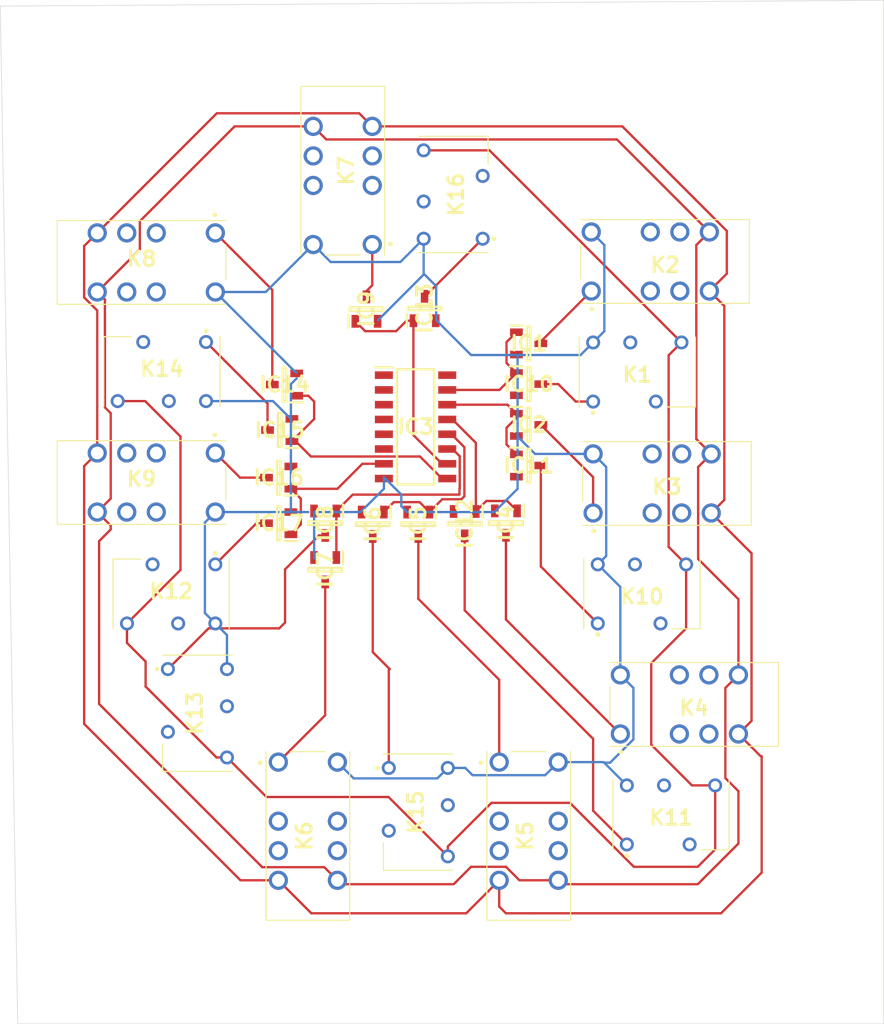
<source format=kicad_pcb>
(kicad_pcb (version 20240108) (generator "pcbnew") (generator_version "8.0")
  (layers (0 "F.Cu" signal) (31 "B.Cu" signal) (34 "B.Paste" user) (35 "F.Paste" user) (36 "B.SilkS" user "B.Silkscreen") (37 "F.SilkS" user "F.Silkscreen") (38 "B.Mask" user) (39 "F.Mask" user) (44 "Edge.Cuts" user))
  (net 0 "")
  (net 1 "Y0")
  (net 2 "V_OUT_1")
  (net 3 "GND")
  (net 4 "Y1")
  (net 5 "V_OUT_3")
  (net 6 "DAQ_Output_1.3")
  (net 7 "DAQ_Output_1.4")
  (net 8 "DAQ_Output_1.0")
  (net 9 "DAQ_Output_1.5")
  (net 10 "DAQ_Output_1.2")
  (net 11 "DAQ_Output_1.1")
  (net 12 "Y7")
  (net 13 "Y6")
  (net 14 "Y5")
  (net 15 "Y2")
  (net 16 "+5V")
  (net 17 "Y4")
  (net 18 "Y3")
  (net 19 "V_OUT_5")
  (net 20 "V_OUT_7")
  (net 21 "V_OUT_8")
  (net 22 "V_OUT_9")
  (net 23 "V_OUT_10")
  (net 24 "V_OUT_11")
  (net 25 "V_OUT_2")
  (net 26 "V_OUT_4")
  (net 27 "V_OUT_6")
  (net 28 "V_OUT_12")
  (net 29 "V_OUT_13")
  (net 30 "V_OUT_14")
  (net 31 "V_OUT_15")
  (net 32 "V_OUT_16")
  (net 33 "Rc_1")
  (net 35 "DAQ -")
  (net 38 "DAQ +")
  (net 39 "TENG +")
  (net 40 "Ra_1")
  (net 41 "Rb_1")
  (net 43 "Ra_2")
  (net 45 "Rb_2")
  (net 47 "Ra_3")
  (net 49 "Rb_3")
  (net 50 "Ra_4")
  (net 53 "Rb_4")
  (net 55 "Ra_5")
  (net 56 "Rb_5")
  (net 60 "Rb_6")
  (net 61 "Ra_6")
  (net 63 "Ra_7")
  (net 64 "Rb_7")
  (net 68 "Ra_8")
  (net 69 "Rb_8")
  (net 70 "Rc_2")
  (net 73 "Rc_3")
  (net 74 "Rc_8")
  (net 77 "Rc_5")
  (net 79 "Rc_7")
  (net 80 "Rc_4")
  (net 83 "Rc_6")
  (footprint "SamacSys_Parts:V23079A1001B301" (layer "F.Cu") (at 90.35 74.04)
    (property "Reference" "K3" (at 0 0.3 360) (layer "F.SilkS") (effects (font (size 1.27 1.27) (thickness 0.254))))
    (property "Value" "V23079C1103B301" (hide yes))
    (pad "1" thru_hole circle (at -6.35 2.54) (size 1.65 1.65) (drill 1.1) (layers "*.Cu" "*.Mask") (net 5 "V_OUT_3"))
    (pad "3" thru_hole circle (at -1.27 2.54) (size 1.65 1.65) (drill 1.1) (layers "*.Cu" "*.Mask"))
    (pad "4" thru_hole circle (at 1.27 2.54) (size 1.65 1.65) (drill 1.1) (layers "*.Cu" "*.Mask") (net 43 "Ra_2"))
    (pad "5" thru_hole circle (at 3.81 2.54) (size 1.65 1.65) (drill 1.1) (layers "*.Cu" "*.Mask") (net 39 "TENG +"))
    (pad "8" thru_hole circle (at 3.81 -2.54) (size 1.65 1.65) (drill 1.1) (layers "*.Cu" "*.Mask") (net 38 "DAQ +"))
    (pad "9" thru_hole circle (at 1.27 -2.54) (size 1.65 1.65) (drill 1.1) (layers "*.Cu" "*.Mask") (net 45 "Rb_2"))
    (pad "10" thru_hole circle (at -1.27 -2.54) (size 1.65 1.65) (drill 1.1) (layers "*.Cu" "*.Mask"))
    (pad "12" thru_hole circle (at -6.35 -2.54) (size 1.65 1.65) (drill 1.1) (layers "*.Cu" "*.Mask") (net 3 "GND"))
  )
  (footprint "SamacSys_Parts:SOT96P240X110-3N" (layer "F.Cu") (at 72.95 77.5 -90)
    (property "Reference" "IC12" (at 0 0 90) (layer "F.SilkS") (effects (font (size 1.27 1.27) (thickness 0.254))))
    (property "Value" "DRDC3105F-7" (hide yes))
    (pad "1" smd rect (at -1.05 -0.96) (size 0.65 1.1) (layers "F.Cu" "F.Paste" "F.Mask") (net 15 "Y2"))
    (pad "2" smd rect (at -1.05 0.96) (size 0.65 1.1) (layers "F.Cu" "F.Paste" "F.Mask") (net 3 "GND"))
    (pad "3" smd rect (at 1.05 0) (size 0.65 1.1) (layers "F.Cu" "F.Paste" "F.Mask") (net 27 "V_OUT_6"))
  )
  (footprint "SamacSys_Parts:SOT96P240X110-3N" (layer "F.Cu") (at 78.45 72.5)
    (property "Reference" "IC11" (at 0 0 0) (layer "F.SilkS") (effects (font (size 1.27 1.27) (thickness 0.254))))
    (property "Value" "DRDC3105F-7" (hide yes))
    (pad "1" smd rect (at -1.05 -0.96 90) (size 0.65 1.1) (layers "F.Cu" "F.Paste" "F.Mask") (net 4 "Y1"))
    (pad "2" smd rect (at -1.05 0.96 90) (size 0.65 1.1) (layers "F.Cu" "F.Paste" "F.Mask") (net 3 "GND"))
    (pad "3" smd rect (at 1.05 0 90) (size 0.65 1.1) (layers "F.Cu" "F.Paste" "F.Mask") (net 26 "V_OUT_4"))
  )
  (footprint "SamacSys_Parts:IMC03TS" (layer "F.Cu") (at 47.7 83.31 180)
    (property "Reference" "K12" (at 0 0 360) (layer "F.SilkS") (effects (font (size 1.27 1.27) (thickness 0.254))))
    (property "Value" "IMC03TS" (hide yes))
    (pad "1" thru_hole circle (at -3.8 2.31 180) (size 1.2 1.2) (drill 0.75) (layers "*.Cu" "*.Mask") (net 32 "V_OUT_16"))
    (pad "3" thru_hole circle (at 1.6 2.31 180) (size 1.2 1.2) (drill 0.75) (layers "*.Cu" "*.Mask") (net 74 "Rc_8"))
    (pad "5" thru_hole circle (at 3.8 -2.77 180) (size 1.2 1.2) (drill 0.75) (layers "*.Cu" "*.Mask") (net 35 "DAQ -"))
    (pad "7" thru_hole circle (at -0.6 -2.77 180) (size 1.2 1.2) (drill 0.75) (layers "*.Cu" "*.Mask"))
    (pad "8" thru_hole circle (at -3.8 -2.77 180) (size 1.2 1.2) (drill 0.75) (layers "*.Cu" "*.Mask") (net 3 "GND"))
  )
  (footprint "SamacSys_Parts:SOT96P240X110-3N" (layer "F.Cu") (at 65.04 77.55 -90)
    (property "Reference" "IC6" (at 0 0 90) (layer "F.SilkS") (effects (font (size 1.27 1.27) (thickness 0.254))))
    (property "Value" "DRDC3105F-7" (hide yes))
    (pad "1" smd rect (at -1.05 -0.96) (size 0.65 1.1) (layers "F.Cu" "F.Paste" "F.Mask") (net 18 "Y3"))
    (pad "2" smd rect (at -1.05 0.96) (size 0.65 1.1) (layers "F.Cu" "F.Paste" "F.Mask") (net 3 "GND"))
    (pad "3" smd rect (at 1.05 0) (size 0.65 1.1) (layers "F.Cu" "F.Paste" "F.Mask") (net 21 "V_OUT_8"))
  )
  (footprint "SamacSys_Parts:V23079A1001B301" (layer "F.Cu") (at 62.46 47.15 90)
    (property "Reference" "K7" (at 0 0.3 90) (layer "F.SilkS") (effects (font (size 1.27 1.27) (thickness 0.254))))
    (property "Value" "V23079C1103B301" (hide yes))
    (pad "1" thru_hole circle (at -6.35 2.54 90) (size 1.65 1.65) (drill 1.1) (layers "*.Cu" "*.Mask") (net 24 "V_OUT_11"))
    (pad "3" thru_hole circle (at -1.27 2.54 90) (size 1.65 1.65) (drill 1.1) (layers "*.Cu" "*.Mask"))
    (pad "4" thru_hole circle (at 1.27 2.54 90) (size 1.65 1.65) (drill 1.1) (layers "*.Cu" "*.Mask") (net 61 "Ra_6"))
    (pad "5" thru_hole circle (at 3.81 2.54 90) (size 1.65 1.65) (drill 1.1) (layers "*.Cu" "*.Mask") (net 39 "TENG +"))
    (pad "8" thru_hole circle (at 3.81 -2.54 90) (size 1.65 1.65) (drill 1.1) (layers "*.Cu" "*.Mask") (net 38 "DAQ +"))
    (pad "9" thru_hole circle (at 1.27 -2.54 90) (size 1.65 1.65) (drill 1.1) (layers "*.Cu" "*.Mask") (net 60 "Rb_6"))
    (pad "10" thru_hole circle (at -1.27 -2.54 90) (size 1.65 1.65) (drill 1.1) (layers "*.Cu" "*.Mask"))
    (pad "12" thru_hole circle (at -6.35 -2.54 90) (size 1.65 1.65) (drill 1.1) (layers "*.Cu" "*.Mask") (net 3 "GND"))
  )
  (footprint "SamacSys_Parts:IMC03TS" (layer "F.Cu") (at 88.2 83.77)
    (property "Reference" "K10" (at 0 0 0) (layer "F.SilkS") (effects (font (size 1.27 1.27) (thickness 0.254))))
    (property "Value" "IMC03TS" (hide yes))
    (pad "1" thru_hole circle (at -3.8 2.31) (size 1.2 1.2) (drill 0.75) (layers "*.Cu" "*.Mask") (net 26 "V_OUT_4"))
    (pad "3" thru_hole circle (at 1.6 2.31) (size 1.2 1.2) (drill 0.75) (layers "*.Cu" "*.Mask") (net 70 "Rc_2"))
    (pad "5" thru_hole circle (at 3.8 -2.77) (size 1.2 1.2) (drill 0.75) (layers "*.Cu" "*.Mask") (net 35 "DAQ -"))
    (pad "7" thru_hole circle (at -0.6 -2.77) (size 1.2 1.2) (drill 0.75) (layers "*.Cu" "*.Mask"))
    (pad "8" thru_hole circle (at -3.8 -2.77) (size 1.2 1.2) (drill 0.75) (layers "*.Cu" "*.Mask") (net 3 "GND"))
  )
  (footprint "SamacSys_Parts:IMC03TS" (layer "F.Cu") (at 72.19 49.2 90)
    (property "Reference" "K16" (at 0 0 90) (layer "F.SilkS") (effects (font (size 1.27 1.27) (thickness 0.254))))
    (property "Value" "IMC03TS" (hide yes))
    (pad "1" thru_hole circle (at -3.8 2.31 90) (size 1.2 1.2) (drill 0.75) (layers "*.Cu" "*.Mask") (net 28 "V_OUT_12"))
    (pad "3" thru_hole circle (at 1.6 2.31 90) (size 1.2 1.2) (drill 0.75) (layers "*.Cu" "*.Mask") (net 83 "Rc_6"))
    (pad "5" thru_hole circle (at 3.8 -2.77 90) (size 1.2 1.2) (drill 0.75) (layers "*.Cu" "*.Mask") (net 35 "DAQ -"))
    (pad "7" thru_hole circle (at -0.6 -2.77 90) (size 1.2 1.2) (drill 0.75) (layers "*.Cu" "*.Mask"))
    (pad "8" thru_hole circle (at -3.8 -2.77 90) (size 1.2 1.2) (drill 0.75) (layers "*.Cu" "*.Mask") (net 3 "GND"))
  )
  (footprint "SamacSys_Parts:SOT96P240X110-3N" (layer "F.Cu") (at 68.96 77.55 -90)
    (property "Reference" "IC5" (at 0 0 90) (layer "F.SilkS") (effects (font (size 1.27 1.27) (thickness 0.254))))
    (property "Value" "DRDC3105F-7" (hide yes))
    (pad "1" smd rect (at -1.05 -0.96) (size 0.65 1.1) (layers "F.Cu" "F.Paste" "F.Mask") (net 18 "Y3"))
    (pad "2" smd rect (at -1.05 0.96) (size 0.65 1.1) (layers "F.Cu" "F.Paste" "F.Mask") (net 3 "GND"))
    (pad "3" smd rect (at 1.05 0) (size 0.65 1.1) (layers "F.Cu" "F.Paste" "F.Mask") (net 20 "V_OUT_7"))
  )
  (footprint "SamacSys_Parts:SOT96P240X110-3N" (layer "F.Cu") (at 57.45 65.54 180)
    (property "Reference" "IC14" (at 0 0 360) (layer "F.SilkS") (effects (font (size 1.27 1.27) (thickness 0.254))))
    (property "Value" "DRDC3105F-7" (hide yes))
    (pad "1" smd rect (at -1.05 -0.96 270) (size 0.65 1.1) (layers "F.Cu" "F.Paste" "F.Mask") (net 13 "Y6"))
    (pad "2" smd rect (at -1.05 0.96 270) (size 0.65 1.1) (layers "F.Cu" "F.Paste" "F.Mask") (net 3 "GND"))
    (pad "3" smd rect (at 1.05 0 270) (size 0.65 1.1) (layers "F.Cu" "F.Paste" "F.Mask") (net 29 "V_OUT_13"))
  )
  (footprint "SamacSys_Parts:SOT96P240X110-3N" (layer "F.Cu") (at 69.5 59 90)
    (property "Reference" "IC13" (at 0 0 90) (layer "F.SilkS") (effects (font (size 1.27 1.27) (thickness 0.254))))
    (property "Value" "DRDC3105F-7" (hide yes))
    (pad "1" smd rect (at -1.05 -0.96 180) (size 0.65 1.1) (layers "F.Cu" "F.Paste" "F.Mask") (net 14 "Y5"))
    (pad "2" smd rect (at -1.05 0.96 180) (size 0.65 1.1) (layers "F.Cu" "F.Paste" "F.Mask") (net 3 "GND"))
    (pad "3" smd rect (at 1.05 0 180) (size 0.65 1.1) (layers "F.Cu" "F.Paste" "F.Mask") (net 28 "V_OUT_12"))
  )
  (footprint "SamacSys_Parts:SOT96P240X110-3N" (layer "F.Cu") (at 56.95 77.46 180)
    (property "Reference" "IC17" (at 0 0 360) (layer "F.SilkS") (effects (font (size 1.27 1.27) (thickness 0.254))))
    (property "Value" "DRDC3105F-7" (hide yes))
    (pad "1" smd rect (at -1.05 -0.96 270) (size 0.65 1.1) (layers "F.Cu" "F.Paste" "F.Mask") (net 12 "Y7"))
    (pad "2" smd rect (at -1.05 0.96 270) (size 0.65 1.1) (layers "F.Cu" "F.Paste" "F.Mask") (net 3 "GND"))
    (pad "3" smd rect (at 1.05 0 270) (size 0.65 1.1) (layers "F.Cu" "F.Paste" "F.Mask") (net 32 "V_OUT_16"))
  )
  (footprint "SamacSys_Parts:IMC03TS" (layer "F.Cu") (at 46.9 64.19 180)
    (property "Reference" "K14" (at 0 0 360) (layer "F.SilkS") (effects (font (size 1.27 1.27) (thickness 0.254))))
    (property "Value" "IMC03TS" (hide yes))
    (pad "1" thru_hole circle (at -3.8 2.31 180) (size 1.2 1.2) (drill 0.75) (layers "*.Cu" "*.Mask") (net 30 "V_OUT_14"))
    (pad "3" thru_hole circle (at 1.6 2.31 180) (size 1.2 1.2) (drill 0.75) (layers "*.Cu" "*.Mask") (net 79 "Rc_7"))
    (pad "5" thru_hole circle (at 3.8 -2.77 180) (size 1.2 1.2) (drill 0.75) (layers "*.Cu" "*.Mask") (net 35 "DAQ -"))
    (pad "7" thru_hole circle (at -0.6 -2.77 180) (size 1.2 1.2) (drill 0.75) (layers "*.Cu" "*.Mask"))
    (pad "8" thru_hole circle (at -3.8 -2.77 180) (size 1.2 1.2) (drill 0.75) (layers "*.Cu" "*.Mask") (net 3 "GND"))
  )
  (footprint "SamacSys_Parts:SOT96P240X110-3N" (layer "F.Cu") (at 78.45 65.5)
    (property "Reference" "IC10" (at 0 0 0) (layer "F.SilkS") (effects (font (size 1.27 1.27) (thickness 0.254))))
    (property "Value" "DRDC3105F-7" (hide yes))
    (pad "1" smd rect (at -1.05 -0.96 90) (size 0.65 1.1) (layers "F.Cu" "F.Paste" "F.Mask") (net 1 "Y0"))
    (pad "2" smd rect (at -1.05 0.96 90) (size 0.65 1.1) (layers "F.Cu" "F.Paste" "F.Mask") (net 3 "GND"))
    (pad "3" smd rect (at 1.05 0 90) (size 0.65 1.1) (layers "F.Cu" "F.Paste" "F.Mask") (net 25 "V_OUT_2"))
  )
  (footprint "SamacSys_Parts:IMC03TS" (layer "F.Cu") (at 49.73 93.8 -90)
    (property "Reference" "K13" (at 0 0 90) (layer "F.SilkS") (effects (font (size 1.27 1.27) (thickness 0.254))))
    (property "Value" "IMC03TS" (hide yes))
    (pad "1" thru_hole circle (at -3.8 2.31 270) (size 1.2 1.2) (drill 0.75) (layers "*.Cu" "*.Mask") (net 23 "V_OUT_10"))
    (pad "3" thru_hole circle (at 1.6 2.31 270) (size 1.2 1.2) (drill 0.75) (layers "*.Cu" "*.Mask") (net 77 "Rc_5"))
    (pad "5" thru_hole circle (at 3.8 -2.77 270) (size 1.2 1.2) (drill 0.75) (layers "*.Cu" "*.Mask") (net 35 "DAQ -"))
    (pad "7" thru_hole circle (at -0.6 -2.77 270) (size 1.2 1.2) (drill 0.75) (layers "*.Cu" "*.Mask"))
    (pad "8" thru_hole circle (at -3.8 -2.77 270) (size 1.2 1.2) (drill 0.75) (layers "*.Cu" "*.Mask") (net 3 "GND"))
  )
  (footprint "SamacSys_Parts:SOT96P240X110-3N" (layer "F.Cu") (at 78.45 62)
    (property "Reference" "IC1" (at 0 0 0) (layer "F.SilkS") (effects (font (size 1.27 1.27) (thickness 0.254))))
    (property "Value" "DRDC3105F-7" (hide yes))
    (pad "1" smd rect (at -1.05 -0.96 90) (size 0.65 1.1) (layers "F.Cu" "F.Paste" "F.Mask") (net 1 "Y0"))
    (pad "2" smd rect (at -1.05 0.96 90) (size 0.65 1.1) (layers "F.Cu" "F.Paste" "F.Mask") (net 3 "GND"))
    (pad "3" smd rect (at 1.05 0 90) (size 0.65 1.1) (layers "F.Cu" "F.Paste" "F.Mask") (net 2 "V_OUT_1"))
  )
  (footprint "SamacSys_Parts:V23079A1001B301" (layer "F.Cu") (at 78.46 104.35 -90)
    (property "Reference" "K5" (at 0 0.3 90) (layer "F.SilkS") (effects (font (size 1.27 1.27) (thickness 0.254))))
    (property "Value" "V23079C1103B301" (hide yes))
    (pad "1" thru_hole circle (at -6.35 2.54 270) (size 1.65 1.65) (drill 1.1) (layers "*.Cu" "*.Mask") (net 20 "V_OUT_7"))
    (pad "3" thru_hole circle (at -1.27 2.54 270) (size 1.65 1.65) (drill 1.1) (layers "*.Cu" "*.Mask"))
    (pad "4" thru_hole circle (at 1.27 2.54 270) (size 1.65 1.65) (drill 1.1) (layers "*.Cu" "*.Mask") (net 50 "Ra_4"))
    (pad "5" thru_hole circle (at 3.81 2.54 270) (size 1.65 1.65) (drill 1.1) (layers "*.Cu" "*.Mask") (net 39 "TENG +"))
    (pad "8" thru_hole circle (at 3.81 -2.54 270) (size 1.65 1.65) (drill 1.1) (layers "*.Cu" "*.Mask") (net 38 "DAQ +"))
    (pad "9" thru_hole circle (at 1.27 -2.54 270) (size 1.65 1.65) (drill 1.1) (layers "*.Cu" "*.Mask") (net 53 "Rb_4"))
    (pad "10" thru_hole circle (at -1.27 -2.54 270) (size 1.65 1.65) (drill 1.1) (layers "*.Cu" "*.Mask"))
    (pad "12" thru_hole circle (at -6.35 -2.54 270) (size 1.65 1.65) (drill 1.1) (layers "*.Cu" "*.Mask") (net 3 "GND"))
  )
  (footprint "SamacSys_Parts:SOT96P240X110-3N" (layer "F.Cu") (at 64.5 59.05 90)
    (property "Reference" "IC9" (at 0 0 90) (layer "F.SilkS") (effects (font (size 1.27 1.27) (thickness 0.254))))
    (property "Value" "DRDC3105F-7" (hide yes))
    (pad "1" smd rect (at -1.05 -0.96 180) (size 0.65 1.1) (layers "F.Cu" "F.Paste" "F.Mask") (net 14 "Y5"))
    (pad "2" smd rect (at -1.05 0.96 180) (size 0.65 1.1) (layers "F.Cu" "F.Paste" "F.Mask") (net 3 "GND"))
    (pad "3" smd rect (at 1.05 0 180) (size 0.65 1.1) (layers "F.Cu" "F.Paste" "F.Mask") (net 24 "V_OUT_11"))
  )
  (footprint "SamacSys_Parts:SOT96P240X110-3N" (layer "F.Cu") (at 78.45 69)
    (property "Reference" "IC2" (at 0 0 0) (layer "F.SilkS") (effects (font (size 1.27 1.27) (thickness 0.254))))
    (property "Value" "DRDC3105F-7" (hide yes))
    (pad "1" smd rect (at -1.05 -0.96 90) (size 0.65 1.1) (layers "F.Cu" "F.Paste" "F.Mask") (net 4 "Y1"))
    (pad "2" smd rect (at -1.05 0.96 90) (size 0.65 1.1) (layers "F.Cu" "F.Paste" "F.Mask") (net 3 "GND"))
    (pad "3" smd rect (at 1.05 0 90) (size 0.65 1.1) (layers "F.Cu" "F.Paste" "F.Mask") (net 5 "V_OUT_3"))
  )
  (footprint "SamacSys_Parts:SOT96P240X110-3N" (layer "F.Cu") (at 56.95 73.54 180)
    (property "Reference" "IC16" (at 0 0 360) (layer "F.SilkS") (effects (font (size 1.27 1.27) (thickness 0.254))))
    (property "Value" "DRDC3105F-7" (hide yes))
    (pad "1" smd rect (at -1.05 -0.96 270) (size 0.65 1.1) (layers "F.Cu" "F.Paste" "F.Mask") (net 12 "Y7"))
    (pad "2" smd rect (at -1.05 0.96 270) (size 0.65 1.1) (layers "F.Cu" "F.Paste" "F.Mask") (net 3 "GND"))
    (pad "3" smd rect (at 1.05 0 270) (size 0.65 1.1) (layers "F.Cu" "F.Paste" "F.Mask") (net 31 "V_OUT_15"))
  )
  (footprint "SamacSys_Parts:IMC03TS" (layer "F.Cu") (at 68.73 102.3 -90)
    (property "Reference" "K15" (at 0 0 90) (layer "F.SilkS") (effects (font (size 1.27 1.27) (thickness 0.254))))
    (property "Value" "IMC03TS" (hide yes))
    (pad "1" thru_hole circle (at -3.8 2.31 270) (size 1.2 1.2) (drill 0.75) (layers "*.Cu" "*.Mask") (net 21 "V_OUT_8"))
    (pad "3" thru_hole circle (at 1.6 2.31 270) (size 1.2 1.2) (drill 0.75) (layers "*.Cu" "*.Mask") (net 80 "Rc_4"))
    (pad "5" thru_hole circle (at 3.8 -2.77 270) (size 1.2 1.2) (drill 0.75) (layers "*.Cu" "*.Mask") (net 35 "DAQ -"))
    (pad "7" thru_hole circle (at -0.6 -2.77 270) (size 1.2 1.2) (drill 0.75) (layers "*.Cu" "*.Mask"))
    (pad "8" thru_hole circle (at -3.8 -2.77 270) (size 1.2 1.2) (drill 0.75) (layers "*.Cu" "*.Mask") (net 3 "GND"))
  )
  (footprint "SamacSys_Parts:IMC03TS" (layer "F.Cu") (at 90.7 102.77)
    (property "Reference" "K11" (at 0 0 0) (layer "F.SilkS") (effects (font (size 1.27 1.27) (thickness 0.254))))
    (property "Value" "IMC03TS" (hide yes))
    (pad "1" thru_hole circle (at -3.8 2.31) (size 1.2 1.2) (drill 0.75) (layers "*.Cu" "*.Mask") (net 27 "V_OUT_6"))
    (pad "3" thru_hole circle (at 1.6 2.31) (size 1.2 1.2) (drill 0.75) (layers "*.Cu" "*.Mask") (net 73 "Rc_3"))
    (pad "5" thru_hole circle (at 3.8 -2.77) (size 1.2 1.2) (drill 0.75) (layers "*.Cu" "*.Mask") (net 35 "DAQ -"))
    (pad "7" thru_hole circle (at -0.6 -2.77) (size 1.2 1.2) (drill 0.75) (layers "*.Cu" "*.Mask"))
    (pad "8" thru_hole circle (at -3.8 -2.77) (size 1.2 1.2) (drill 0.75) (layers "*.Cu" "*.Mask") (net 3 "GND"))
  )
  (footprint "SamacSys_Parts:V23079A1001B301" (layer "F.Cu") (at 92.69 93.04)
    (property "Reference" "K4" (at 0 0.3 360) (layer "F.SilkS") (effects (font (size 1.27 1.27) (thickness 0.254))))
    (property "Value" "V23079C1103B301" (hide yes))
    (pad "1" thru_hole circle (at -6.35 2.54) (size 1.65 1.65) (drill 1.1) (layers "*.Cu" "*.Mask") (net 19 "V_OUT_5"))
    (pad "3" thru_hole circle (at -1.27 2.54) (size 1.65 1.65) (drill 1.1) (layers "*.Cu" "*.Mask"))
    (pad "4" thru_hole circle (at 1.27 2.54) (size 1.65 1.65) (drill 1.1) (layers "*.Cu" "*.Mask") (net 47 "Ra_3"))
    (pad "5" thru_hole circle (at 3.81 2.54) (size 1.65 1.65) (drill 1.1) (layers "*.Cu" "*.Mask") (net 39 "TENG +"))
    (pad "8" thru_hole circle (at 3.81 -2.54) (size 1.65 1.65) (drill 1.1) (layers "*.Cu" "*.Mask") (net 38 "DAQ +"))
    (pad "9" thru_hole circle (at 1.27 -2.54) (size 1.65 1.65) (drill 1.1) (layers "*.Cu" "*.Mask") (net 49 "Rb_3"))
    (pad "10" thru_hole circle (at -1.27 -2.54) (size 1.65 1.65) (drill 1.1) (layers "*.Cu" "*.Mask"))
    (pad "12" thru_hole circle (at -6.35 -2.54) (size 1.65 1.65) (drill 1.1) (layers "*.Cu" "*.Mask") (net 3 "GND"))
  )
  (footprint "SamacSys_Parts:SOT96P240X110-3N" (layer "F.Cu") (at 57.04 69.45 180)
    (property "Reference" "IC15" (at 0 0 360) (layer "F.SilkS") (effects (font (size 1.27 1.27) (thickness 0.254))))
    (property "Value" "DRDC3105F-7" (hide yes))
    (pad "1" smd rect (at -1.05 -0.96 270) (size 0.65 1.1) (layers "F.Cu" "F.Paste" "F.Mask") (net 13 "Y6"))
    (pad "2" smd rect (at -1.05 0.96 270) (size 0.65 1.1) (layers "F.Cu" "F.Paste" "F.Mask") (net 3 "GND"))
    (pad "3" smd rect (at 1.05 0 270) (size 0.65 1.1) (layers "F.Cu" "F.Paste" "F.Mask") (net 30 "V_OUT_14"))
  )
  (footprint "SamacSys_Parts:SOIC127P600X175-16N" (layer "F.Cu") (at 68.725 69.175)
    (property "Reference" "IC3" (at 0 0 0) (layer "F.SilkS") (effects (font (size 1.27 1.27) (thickness 0.254))))
    (property "Value" "MC74VHC138DR2G" (hide yes))
    (pad "1" smd rect (at -2.725 -4.445 90) (size 0.65 1.55) (layers "F.Cu" "F.Paste" "F.Mask") (net 8 "DAQ_Output_1.0"))
    (pad "2" smd rect (at -2.725 -3.175 90) (size 0.65 1.55) (layers "F.Cu" "F.Paste" "F.Mask") (net 11 "DAQ_Output_1.1"))
    (pad "3" smd rect (at -2.725 -1.905 90) (size 0.65 1.55) (layers "F.Cu" "F.Paste" "F.Mask") (net 10 "DAQ_Output_1.2"))
    (pad "4" smd rect (at -2.725 -0.635 90) (size 0.65 1.55) (layers "F.Cu" "F.Paste" "F.Mask") (net 6 "DAQ_Output_1.3"))
    (pad "5" smd rect (at -2.725 0.635 90) (size 0.65 1.55) (layers "F.Cu" "F.Paste" "F.Mask") (net 7 "DAQ_Output_1.4"))
    (pad "6" smd rect (at -2.725 1.905 90) (size 0.65 1.55) (layers "F.Cu" "F.Paste" "F.Mask") (net 9 "DAQ_Output_1.5"))
    (pad "7" smd rect (at -2.725 3.175 90) (size 0.65 1.55) (layers "F.Cu" "F.Paste" "F.Mask") (net 12 "Y7"))
    (pad "8" smd rect (at -2.725 4.445 90) (size 0.65 1.55) (layers "F.Cu" "F.Paste" "F.Mask") (net 3 "GND"))
    (pad "9" smd rect (at 2.725 4.445 90) (size 0.65 1.55) (layers "F.Cu" "F.Paste" "F.Mask") (net 13 "Y6"))
    (pad "10" smd rect (at 2.725 3.175 90) (size 0.65 1.55) (layers "F.Cu" "F.Paste" "F.Mask") (net 14 "Y5"))
    (pad "11" smd rect (at 2.725 1.905 90) (size 0.65 1.55) (layers "F.Cu" "F.Paste" "F.Mask") (net 17 "Y4"))
    (pad "12" smd rect (at 2.725 0.635 90) (size 0.65 1.55) (layers "F.Cu" "F.Paste" "F.Mask") (net 18 "Y3"))
    (pad "13" smd rect (at 2.725 -0.635 90) (size 0.65 1.55) (layers "F.Cu" "F.Paste" "F.Mask") (net 15 "Y2"))
    (pad "14" smd rect (at 2.725 -1.905 90) (size 0.65 1.55) (layers "F.Cu" "F.Paste" "F.Mask") (net 4 "Y1"))
    (pad "15" smd rect (at 2.725 -3.175 90) (size 0.65 1.55) (layers "F.Cu" "F.Paste" "F.Mask") (net 1 "Y0"))
    (pad "16" smd rect (at 2.725 -4.445 90) (size 0.65 1.55) (layers "F.Cu" "F.Paste" "F.Mask") (net 16 "+5V"))
  )
  (footprint "SamacSys_Parts:V23079A1001B301" (layer "F.Cu") (at 45.15 55.04 180)
    (property "Reference" "K8" (at 0 0.3 360) (layer "F.SilkS") (effects (font (size 1.27 1.27) (thickness 0.254))))
    (property "Value" "V23079C1103B301" (hide yes))
    (pad "1" thru_hole circle (at -6.35 2.54 180) (size 1.65 1.65) (drill 1.1) (layers "*.Cu" "*.Mask") (net 29 "V_OUT_13"))
    (pad "3" thru_hole circle (at -1.27 2.54 180) (size 1.65 1.65) (drill 1.1) (layers "*.Cu" "*.Mask"))
    (pad "4" thru_hole circle (at 1.27 2.54 180) (size 1.65 1.65) (drill 1.1) (layers "*.Cu" "*.Mask") (net 63 "Ra_7"))
    (pad "5" thru_hole circle (at 3.81 2.54 180) (size 1.65 1.65) (drill 1.1) (layers "*.Cu" "*.Mask") (net 39 "TENG +"))
    (pad "8" thru_hole circle (at 3.81 -2.54 180) (size 1.65 1.65) (drill 1.1) (layers "*.Cu" "*.Mask") (net 38 "DAQ +"))
    (pad "9" thru_hole circle (at 1.27 -2.54 180) (size 1.65 1.65) (drill 1.1) (layers "*.Cu" "*.Mask") (net 64 "Rb_7"))
    (pad "10" thru_hole circle (at -1.27 -2.54 180) (size 1.65 1.65) (drill 1.1) (layers "*.Cu" "*.Mask"))
    (pad "12" thru_hole circle (at -6.35 -2.54 180) (size 1.65 1.65) (drill 1.1) (layers "*.Cu" "*.Mask") (net 3 "GND"))
  )
  (footprint "SamacSys_Parts:SOT96P240X110-3N" (layer "F.Cu") (at 60.95 77.46 -90)
    (property "Reference" "IC8" (at 0 0 90) (layer "F.SilkS") (effects (font (size 1.27 1.27) (thickness 0.254))))
    (property "Value" "DRDC3105F-7" (hide yes))
    (pad "1" smd rect (at -1.05 -0.96) (size 0.65 1.1) (layers "F.Cu" "F.Paste" "F.Mask") (net 17 "Y4"))
    (pad "2" smd rect (at -1.05 0.96) (size 0.65 1.1) (layers "F.Cu" "F.Paste" "F.Mask") (net 3 "GND"))
    (pad "3" smd rect (at 1.05 0) (size 0.65 1.1) (layers "F.Cu" "F.Paste" "F.Mask") (net 23 "V_OUT_10"))
  )
  (footprint "SamacSys_Parts:IMC03TS" (layer "F.Cu") (at 87.8 64.69)
    (property "Reference" "K1" (at 0 0 360) (layer "F.SilkS") (effects (font (size 1.27 1.27) (thickness 0.254))))
    (property "Value" "IMC03TS" (hide yes))
    (pad "1" thru_hole circle (at -3.8 2.31) (size 1.2 1.2) (drill 0.75) (layers "*.Cu" "*.Mask") (net 25 "V_OUT_2"))
    (pad "3" thru_hole circle (at 1.6 2.31) (size 1.2 1.2) (drill 0.75) (layers "*.Cu" "*.Mask") (net 33 "Rc_1"))
    (pad "5" thru_hole circle (at 3.8 -2.77) (size 1.2 1.2) (drill 0.75) (layers "*.Cu" "*.Mask") (net 35 "DAQ -"))
    (pad "7" thru_hole circle (at -0.6 -2.77) (size 1.2 1.2) (drill 0.75) (layers "*.Cu" "*.Mask"))
    (pad "8" thru_hole circle (at -3.8 -2.77) (size 1.2 1.2) (drill 0.75) (layers "*.Cu" "*.Mask") (net 3 "GND"))
  )
  (footprint "SamacSys_Parts:SOT96P240X110-3N" (layer "F.Cu") (at 60.95 81.46 -90)
    (property "Reference" "IC7" (at 0 0 90) (layer "F.SilkS") (effects (font (size 1.27 1.27) (thickness 0.254))))
    (property "Value" "DRDC3105F-7" (hide yes))
    (pad "1" smd rect (at -1.05 -0.96) (size 0.65 1.1) (layers "F.Cu" "F.Paste" "F.Mask") (net 17 "Y4"))
    (pad "2" smd rect (at -1.05 0.96) (size 0.65 1.1) (layers "F.Cu" "F.Paste" "F.Mask") (net 3 "GND"))
    (pad "3" smd rect (at 1.05 0) (size 0.65 1.1) (layers "F.Cu" "F.Paste" "F.Mask") (net 22 "V_OUT_9"))
  )
  (footprint "SamacSys_Parts:V23079A1001B301" (layer "F.Cu") (at 59.46 104.35 -90)
    (property "Reference" "K6" (at 0 0.3 90) (layer "F.SilkS") (effects (font (size 1.27 1.27) (thickness 0.254))))
    (property "Value" "V23079C1103B301" (hide yes))
    (pad "1" thru_hole circle (at -6.35 2.54 270) (size 1.65 1.65) (drill 1.1) (layers "*.Cu" "*.Mask") (net 22 "V_OUT_9"))
    (pad "3" thru_hole circle (at -1.27 2.54 270) (size 1.65 1.65) (drill 1.1) (layers "*.Cu" "*.Mask"))
    (pad "4" thru_hole circle (at 1.27 2.54 270) (size 1.65 1.65) (drill 1.1) (layers "*.Cu" "*.Mask") (net 55 "Ra_5"))
    (pad "5" thru_hole circle (at 3.81 2.54 270) (size 1.65 1.65) (drill 1.1) (layers "*.Cu" "*.Mask") (net 39 "TENG +"))
    (pad "8" thru_hole circle (at 3.81 -2.54 270) (size 1.65 1.65) (drill 1.1) (layers "*.Cu" "*.Mask") (net 38 "DAQ +"))
    (pad "9" thru_hole circle (at 1.27 -2.54 270) (size 1.65 1.65) (drill 1.1) (layers "*.Cu" "*.Mask") (net 56 "Rb_5"))
    (pad "10" thru_hole circle (at -1.27 -2.54 270) (size 1.65 1.65) (drill 1.1) (layers "*.Cu" "*.Mask"))
    (pad "12" thru_hole circle (at -6.35 -2.54 270) (size 1.65 1.65) (drill 1.1) (layers "*.Cu" "*.Mask") (net 3 "GND"))
  )
  (footprint "SamacSys_Parts:SOT96P240X110-3N" (layer "F.Cu") (at 76.5 77.45 -90)
    (property "Reference" "IC4" (at 0 0 90) (layer "F.SilkS") (effects (font (size 1.27 1.27) (thickness 0.254))))
    (property "Value" "DRDC3105F-7" (hide yes))
    (pad "1" smd rect (at -1.05 -0.96) (size 0.65 1.1) (layers "F.Cu" "F.Paste" "F.Mask") (net 15 "Y2"))
    (pad "2" smd rect (at -1.05 0.96) (size 0.65 1.1) (layers "F.Cu" "F.Paste" "F.Mask") (net 3 "GND"))
    (pad "3" smd rect (at 1.05 0) (size 0.65 1.1) (layers "F.Cu" "F.Paste" "F.Mask") (net 19 "V_OUT_5"))
  )
  (footprint "SamacSys_Parts:V23079A1001B301" (layer "F.Cu") (at 90.19 54.96)
    (property "Reference" "K2" (at 0 0.3 360) (layer "F.SilkS") (effects (font (size 1.27 1.27) (thickness 0.254))))
    (property "Value" "V23079C1103B301" (hide yes))
    (pad "1" thru_hole circle (at -6.35 2.54) (size 1.65 1.65) (drill 1.1) (layers "*.Cu" "*.Mask") (net 2 "V_OUT_1"))
    (pad "3" thru_hole circle (at -1.27 2.54) (size 1.65 1.65) (drill 1.1) (layers "*.Cu" "*.Mask"))
    (pad "4" thru_hole circle (at 1.27 2.54) (size 1.65 1.65) (drill 1.1) (layers "*.Cu" "*.Mask") (net 40 "Ra_1"))
    (pad "5" thru_hole circle (at 3.81 2.54) (size 1.65 1.65) (drill 1.1) (layers "*.Cu" "*.Mask") (net 39 "TENG +"))
    (pad "8" thru_hole circle (at 3.81 -2.54) (size 1.65 1.65) (drill 1.1) (layers "*.Cu" "*.Mask") (net 38 "DAQ +"))
    (pad "9" thru_hole circle (at 1.27 -2.54) (size 1.65 1.65) (drill 1.1) (layers "*.Cu" "*.Mask") (net 41 "Rb_1"))
    (pad "10" thru_hole circle (at -1.27 -2.54) (size 1.65 1.65) (drill 1.1) (layers "*.Cu" "*.Mask"))
    (pad "12" thru_hole circle (at -6.35 -2.54) (size 1.65 1.65) (drill 1.1) (layers "*.Cu" "*.Mask") (net 3 "GND"))
  )
  (footprint "SamacSys_Parts:V23079A1001B301" (layer "F.Cu") (at 45.15 73.96 180)
    (property "Reference" "K9" (at 0 0.3 360) (layer "F.SilkS") (effects (font (size 1.27 1.27) (thickness 0.254))))
    (property "Value" "V23079C1103B301" (hide yes))
    (pad "1" thru_hole circle (at -6.35 2.54 180) (size 1.65 1.65) (drill 1.1) (layers "*.Cu" "*.Mask") (net 31 "V_OUT_15"))
    (pad "3" thru_hole circle (at -1.27 2.54 180) (size 1.65 1.65) (drill 1.1) (layers "*.Cu" "*.Mask"))
    (pad "4" thru_hole circle (at 1.27 2.54 180) (size 1.65 1.65) (drill 1.1) (layers "*.Cu" "*.Mask") (net 68 "Ra_8"))
    (pad "5" thru_hole circle (at 3.81 2.54 180) (size 1.65 1.65) (drill 1.1) (layers "*.Cu" "*.Mask") (net 39 "TENG +"))
    (pad "8" thru_hole circle (at 3.81 -2.54 180) (size 1.65 1.65) (drill 1.1) (layers "*.Cu" "*.Mask") (net 38 "DAQ +"))
    (pad "9" thru_hole circle (at 1.27 -2.54 180) (size 1.65 1.65) (drill 1.1) (layers "*.Cu" "*.Mask") (net 69 "Rb_8"))
    (pad "10" thru_hole circle (at -1.27 -2.54 180) (size 1.65 1.65) (drill 1.1) (layers "*.Cu" "*.Mask"))
    (pad "12" thru_hole circle (at -6.35 -2.54 180) (size 1.65 1.65) (drill 1.1) (layers "*.Cu" "*.Mask") (net 3 "GND"))
  )
  (gr_line (start 109 120.5) (end 34.5 120.5) (stroke (width 0.05)) (layer "Edge.Cuts"))
  (gr_line (start 109 32.5) (end 109 120.5) (stroke (width 0.05)) (layer "Edge.Cuts"))
  (gr_line (start 33 33) (end 109 32.5) (stroke (width 0.05)) (layer "Edge.Cuts"))
  (gr_line (start 34.5 120.5) (end 33 33) (stroke (width 0.05)) (layer "Edge.Cuts"))
  (segment (start 76.55 61.89) (end 77.4 61.04) (width 0.2) (layer "F.Cu") (net 1))
  (segment (start 77.4 64.54) (end 76.55 63.69) (width 0.2) (layer "F.Cu") (net 1))
  (segment (start 76.55 63.69) (end 76.55 61.89) (width 0.2) (layer "F.Cu") (net 1))
  (segment (start 71.45 66) (end 75.94 66) (width 0.2) (layer "F.Cu") (net 1))
  (segment (start 75.94 66) (end 77.4 64.54) (width 0.2) (layer "F.Cu") (net 1))
  (segment (start 79.5 62) (end 79.5 61.84) (width 0.2) (layer "F.Cu") (net 2))
  (segment (start 79.5 61.84) (end 83.84 57.5) (width 0.2) (layer "F.Cu") (net 2))
  (segment (start 59.92 53.5) (end 55.84 57.58) (width 0.2) (layer "B.Cu") (net 3))
  (segment (start 84.965 60.955) (end 84 61.92) (width 0.2) (layer "B.Cu") (net 3))
  (segment (start 50.7 66.96) (end 56.46 66.96) (width 0.2) (layer "B.Cu") (net 3))
  (segment (start 84.965 53.545) (end 84.965 60.955) (width 0.2) (layer "B.Cu") (net 3))
  (segment (start 77.5 74.5) (end 75.5 76.5) (width 0.2) (layer "B.Cu") (net 3))
  (segment (start 69.42 56) (end 69.42 56.08) (width 0.2) (layer "B.Cu") (net 3))
  (segment (start 86.34 90.5) (end 86.34 82.94) (width 0.2) (layer "B.Cu") (net 3))
  (segment (start 66 73.5) (end 66 74.5) (width 0.2) (layer "B.Cu") (net 3))
  (segment (start 84 71.5) (end 79 71.5) (width 0.2) (layer "B.Cu") (net 3))
  (segment (start 58 68.5) (end 58 65.5) (width 0.2) (layer "B.Cu") (net 3))
  (segment (start 61.42 55) (end 67.42 55) (width 0.2) (layer "B.Cu") (net 3))
  (segment (start 59.5 76.5) (end 58 76.5) (width 0.2) (layer "B.Cu") (net 3))
  (segment (start 66 74.5) (end 64 76.5) (width 0.2) (layer "B.Cu") (net 3))
  (segment (start 58 76.5) (end 51.5 76.5) (width 0.2) (layer "B.Cu") (net 3))
  (segment (start 55.84 57.58) (end 51.5 57.58) (width 0.2) (layer "B.Cu") (net 3))
  (segment (start 69.42 53) (end 69.42 56) (width 0.2) (layer "B.Cu") (net 3))
  (segment (start 50.6 85.18) (end 50.6 77.4) (width 0.2) (layer "B.Cu") (net 3))
  (segment (start 84 61.92) (end 82.92 63) (width 0.2) (layer "B.Cu") (net 3))
  (segment (start 86.34 82.94) (end 84.4 81) (width 0.2) (layer "B.Cu") (net 3))
  (segment (start 62 98) (end 63.4 99.4) (width 0.2) (layer "B.Cu") (net 3))
  (segment (start 77.5 70) (end 77.5 63) (width 0.2) (layer "B.Cu") (net 3))
  (segment (start 68 76.5) (end 67.5 76) (width 0.2) (layer "B.Cu") (net 3))
  (segment (start 71.5 98.5) (end 73 98.5) (width 0.2) (layer "B.Cu") (net 3))
  (segment (start 60 76.5) (end 60 80.5) (width 0.2) (layer "B.Cu") (net 3))
  (segment (start 77.5 70) (end 77.5 74.5) (width 0.2) (layer "B.Cu") (net 3))
  (segment (start 79 71.5) (end 77.5 70) (width 0.2) (layer "B.Cu") (net 3))
  (segment (start 69.42 56.08) (end 65.5 60) (width 0.2) (layer "B.Cu") (net 3))
  (segment (start 73.625 99.125) (end 79.875 99.125) (width 0.2) (layer "B.Cu") (net 3))
  (segment (start 87.465 96.045991) (end 85.460991 98.05) (width 0.2) (layer "B.Cu") (net 3))
  (segment (start 64 76.5) (end 60 76.5) (width 0.2) (layer "B.Cu") (net 3))
  (segment (start 70.6 99.4) (end 71.5 98.5) (width 0.2) (layer "B.Cu") (net 3))
  (segment (start 51.5 57.58) (end 58.42 64.5) (width 0.2) (layer "B.Cu") (net 3))
  (segment (start 51.5 86.08) (end 52.5 87.08) (width 0.2) (layer "B.Cu") (net 3))
  (segment (start 85.125 80.275) (end 85.125 72.625) (width 0.2) (layer "B.Cu") (net 3))
  (segment (start 52.5 87.08) (end 52.5 90) (width 0.2) (layer "B.Cu") (net 3))
  (segment (start 83.84 52.42) (end 84.965 53.545) (width 0.2) (layer "B.Cu") (net 3))
  (segment (start 59.92 53.5) (end 61.42 55) (width 0.2) (layer "B.Cu") (net 3))
  (segment (start 58.42 64.5) (end 58.5 64.5) (width 0.2) (layer "B.Cu") (net 3))
  (segment (start 82.92 63) (end 77.5 63) (width 0.2) (layer "B.Cu") (net 3))
  (segment (start 58 68.5) (end 58 76.5) (width 0.2) (layer "B.Cu") (net 3))
  (segment (start 70.5 60) (end 70.5 57.08) (width 0.2) (layer "B.Cu") (net 3))
  (segment (start 73 98.5) (end 73.625 99.125) (width 0.2) (layer "B.Cu") (net 3))
  (segment (start 81 98) (end 84.9 98) (width 0.2) (layer "B.Cu") (net 3))
  (segment (start 84.95 98.05) (end 86.9 100) (width 0.2) (layer "B.Cu") (net 3))
  (segment (start 51.5 86.08) (end 50.6 85.18) (width 0.2) (layer "B.Cu") (net 3))
  (segment (start 77.5 63) (end 73.5 63) (width 0.2) (layer "B.Cu") (net 3))
  (segment (start 85.460991 98.05) (end 84.95 98.05) (width 0.2) (layer "B.Cu") (net 3))
  (segment (start 58 65.5) (end 58.5 65) (width 0.2) (layer "B.Cu") (net 3))
  (segment (start 87.465 91.625) (end 87.465 96.045991) (width 0.2) (layer "B.Cu") (net 3))
  (segment (start 67.42 55) (end 69.42 53) (width 0.2) (layer "B.Cu") (net 3))
  (segment (start 75.5 76.5) (end 68 76.5) (width 0.2) (layer "B.Cu") (net 3))
  (segment (start 67.5 76) (end 67.5 75) (width 0.2) (layer "B.Cu") (net 3))
  (segment (start 79.875 99.125) (end 81 98) (width 0.2) (layer "B.Cu") (net 3))
  (segment (start 50.6 77.4) (end 51.5 76.5) (width 0.2) (layer "B.Cu") (net 3))
  (segment (start 84.9 98) (end 84.95 98.05) (width 0.2) (layer "B.Cu") (net 3))
  (segment (start 70.5 57.08) (end 69.42 56) (width 0.2) (layer "B.Cu") (net 3))
  (segment (start 86.34 90.5) (end 87.465 91.625) (width 0.2) (layer "B.Cu") (net 3))
  (segment (start 85.125 72.625) (end 84 71.5) (width 0.2) (layer "B.Cu") (net 3))
  (segment (start 84.4 81) (end 85.125 80.275) (width 0.2) (layer "B.Cu") (net 3))
  (segment (start 67.5 75) (end 66 73.5) (width 0.2) (layer "B.Cu") (net 3))
  (segment (start 73.5 63) (end 70.5 60) (width 0.2) (layer "B.Cu") (net 3))
  (segment (start 63.4 99.4) (end 70.6 99.4) (width 0.2) (layer "B.Cu") (net 3))
  (segment (start 56.46 66.96) (end 58 68.5) (width 0.2) (layer "B.Cu") (net 3))
  (segment (start 77.4 68.4) (end 76.55 69.25) (width 0.2) (layer "F.Cu") (net 4))
  (segment (start 76.63 67.27) (end 77.4 68.04) (width 0.2) (layer "F.Cu") (net 4))
  (segment (start 76.55 70.69) (end 77.4 71.54) (width 0.2) (layer "F.Cu") (net 4))
  (segment (start 77.4 68.04) (end 77.4 68.4) (width 0.2) (layer "F.Cu") (net 4))
  (segment (start 76.55 69.25) (end 76.55 70.69) (width 0.2) (layer "F.Cu") (net 4))
  (segment (start 71.45 67.27) (end 76.63 67.27) (width 0.2) (layer "F.Cu") (net 4))
  (segment (start 79.5 69) (end 84 73.5) (width 0.2) (layer "F.Cu") (net 5))
  (segment (start 84 73.5) (end 84 76.58) (width 0.2) (layer "F.Cu") (net 5))
  (segment (start 58 74.5) (end 58.85 75.35) (width 0.2) (layer "F.Cu") (net 12))
  (segment (start 58.85 75.35) (end 58.85 77.57) (width 0.2) (layer "F.Cu") (net 12))
  (segment (start 66 72.35) (end 64.15 72.35) (width 0.2) (layer "F.Cu") (net 12))
  (segment (start 62 74.5) (end 58 74.5) (width 0.2) (layer "F.Cu") (net 12))
  (segment (start 64.15 72.35) (end 62 74.5) (width 0.2) (layer "F.Cu") (net 12))
  (segment (start 58.85 77.57) (end 58 78.42) (width 0.2) (layer "F.Cu") (net 12))
  (segment (start 59.725 71.725) (end 58.41 70.41) (width 0.2) (layer "F.Cu") (net 13))
  (segment (start 60 67) (end 59.5 66.5) (width 0.2) (layer "F.Cu") (net 13))
  (segment (start 71 73.62) (end 69.105 71.725) (width 0.2) (layer "F.Cu") (net 13))
  (segment (start 58.41 70.41) (end 58.09 70.41) (width 0.2) (layer "F.Cu") (net 13))
  (segment (start 59.5 66.5) (end 58.5 66.5) (width 0.2) (layer "F.Cu") (net 13))
  (segment (start 71.45 73.62) (end 71 73.62) (width 0.2) (layer "F.Cu") (net 13))
  (segment (start 60 68.5) (end 60 67) (width 0.2) (layer "F.Cu") (net 13))
  (segment (start 58.09 70.41) (end 60 68.5) (width 0.2) (layer "F.Cu") (net 13))
  (segment (start 69.105 71.725) (end 59.725 71.725) (width 0.2) (layer "F.Cu") (net 13))
  (segment (start 68.54 60.05) (end 67.95 60.05) (width 0.2) (layer "F.Cu") (net 14))
  (segment (start 64.39 60.95) (end 63.54 60.1) (width 0.2) (layer "F.Cu") (net 14))
  (segment (start 67.95 60.05) (end 67.05 60.95) (width 0.2) (layer "F.Cu") (net 14))
  (segment (start 71 72.35) (end 68.54 69.89) (width 0.2) (layer "F.Cu") (net 14))
  (segment (start 67.05 60.95) (end 64.39 60.95) (width 0.2) (layer "F.Cu") (net 14))
  (segment (start 71.45 72.35) (end 71 72.35) (width 0.2) (layer "F.Cu") (net 14))
  (segment (start 68.54 69.89) (end 68.54 60.05) (width 0.2) (layer "F.Cu") (net 14))
  (segment (start 71.9 68.54) (end 73.91 70.55) (width 0.2) (layer "F.Cu") (net 15))
  (segment (start 71.45 68.54) (end 71.9 68.54) (width 0.2) (layer "F.Cu") (net 15))
  (segment (start 73.91 76.45) (end 74.81 75.55) (width 0.2) (layer "F.Cu") (net 15))
  (segment (start 74.81 75.55) (end 76.61 75.55) (width 0.2) (layer "F.Cu") (net 15))
  (segment (start 73.91 70.55) (end 73.91 76.45) (width 0.2) (layer "F.Cu") (net 15))
  (segment (start 76.61 75.55) (end 77.46 76.4) (width 0.2) (layer "F.Cu") (net 15))
  (segment (start 72.525 74.475) (end 72.5 74.5) (width 0.2) (layer "F.Cu") (net 17))
  (segment (start 61.91 76.41) (end 61.91 80.41) (width 0.2) (layer "F.Cu") (net 17))
  (segment (start 71.9 71.08) (end 72.525 71.705) (width 0.2) (layer "F.Cu") (net 17))
  (segment (start 72.525 71.705) (end 72.525 74.475) (width 0.2) (layer "F.Cu") (net 17))
  (segment (start 71.45 71.08) (end 71.9 71.08) (width 0.2) (layer "F.Cu") (net 17))
  (segment (start 72.5 74.5) (end 72.5 75) (width 0.2) (layer "F.Cu") (net 17))
  (segment (start 63.32 75) (end 61.91 76.41) (width 0.2) (layer "F.Cu") (net 17))
  (segment (start 72.5 75) (end 63.32 75) (width 0.2) (layer "F.Cu") (net 17))
  (segment (start 66.85 75.65) (end 66 76.5) (width 0.2) (layer "F.Cu") (net 18))
  (segment (start 69.92 76.5) (end 71.02 75.4) (width 0.2) (layer "F.Cu") (net 18))
  (segment (start 71.02 75.4) (end 72.665685 75.4) (width 0.2) (layer "F.Cu") (net 18))
  (segment (start 69.07 75.65) (end 66.85 75.65) (width 0.2) (layer "F.Cu") (net 18))
  (segment (start 72.925 70.925) (end 71.81 69.81) (width 0.2) (layer "F.Cu") (net 18))
  (segment (start 71.9 69.81) (end 71.45 69.81) (width 0.2) (layer "F.Cu") (net 18))
  (segment (start 72.665685 75.4) (end 72.925 75.140685) (width 0.2) (layer "F.Cu") (net 18))
  (segment (start 72.925 75.140685) (end 72.925 70.925) (width 0.2) (layer "F.Cu") (net 18))
  (segment (start 69.92 76.5) (end 70.27 76.5) (width 0.2) (layer "F.Cu") (net 18))
  (segment (start 71.81 69.81) (end 71.45 69.81) (width 0.2) (layer "F.Cu") (net 18))
  (segment (start 69.92 76.5) (end 69.07 75.65) (width 0.2) (layer "F.Cu") (net 18))
  (segment (start 76.5 85.74) (end 86.34 95.58) (width 0.2) (layer "F.Cu") (net 19))
  (segment (start 76.5 78.5) (end 76.5 85.74) (width 0.2) (layer "F.Cu") (net 19))
  (segment (start 68.96 78.6) (end 68.96 83.96) (width 0.2) (layer "F.Cu") (net 20))
  (segment (start 68.96 83.96) (end 75.92 90.92) (width 0.2) (layer "F.Cu") (net 20))
  (segment (start 75.92 90.92) (end 75.92 98) (width 0.2) (layer "F.Cu") (net 20))
  (segment (start 65.04 88.54) (end 66.5 90) (width 0.2) (layer "F.Cu") (net 21))
  (segment (start 66.42 90.08) (end 66.42 98.5) (width 0.2) (layer "F.Cu") (net 21))
  (segment (start 65.04 78.6) (end 65.04 88.54) (width 0.2) (layer "F.Cu") (net 21))
  (segment (start 66.5 90) (end 66.42 90.08) (width 0.2) (layer "F.Cu") (net 21))
  (segment (start 56.92 98) (end 60.95 93.97) (width 0.2) (layer "F.Cu") (net 22))
  (segment (start 60.95 93.97) (end 60.95 82.51) (width 0.2) (layer "F.Cu") (net 22))
  (segment (start 60.415 78.51) (end 57.5 81.425) (width 0.2) (layer "F.Cu") (net 23))
  (segment (start 57.5 86) (end 57 86.5) (width 0.2) (layer "F.Cu") (net 23))
  (segment (start 60.95 78.51) (end 60.415 78.51) (width 0.2) (layer "F.Cu") (net 23))
  (segment (start 57.5 81.425) (end 57.5 86) (width 0.2) (layer "F.Cu") (net 23))
  (segment (start 50.92 86.5) (end 47.42 90) (width 0.2) (layer "F.Cu") (net 23))
  (segment (start 57 86.5) (end 50.92 86.5) (width 0.2) (layer "F.Cu") (net 23))
  (segment (start 64.5 58) (end 64.5 57.5) (width 0.2) (layer "F.Cu") (net 24))
  (segment (start 65 57) (end 65 53.5) (width 0.2) (layer "F.Cu") (net 24))
  (segment (start 64.5 57.5) (end 65 57) (width 0.2) (layer "F.Cu") (net 24))
  (segment (start 81 65.5) (end 82.5 67) (width 0.2) (layer "F.Cu") (net 25))
  (segment (start 79.5 65.5) (end 81 65.5) (width 0.2) (layer "F.Cu") (net 25))
  (segment (start 82.5 67) (end 84 67) (width 0.2) (layer "F.Cu") (net 25))
  (segment (start 79.5 81.18) (end 84.4 86.08) (width 0.2) (layer "F.Cu") (net 26))
  (segment (start 79.5 72.5) (end 79.5 81.18) (width 0.2) (layer "F.Cu") (net 26))
  (segment (start 84 96) (end 84 102.18) (width 0.2) (layer "F.Cu") (net 27))
  (segment (start 72.95 78.55) (end 72.95 84.95) (width 0.2) (layer "F.Cu") (net 27))
  (segment (start 72.95 84.95) (end 84 96) (width 0.2) (layer "F.Cu") (net 27))
  (segment (start 84 102.18) (end 86.9 105.08) (width 0.2) (layer "F.Cu") (net 27))
  (segment (start 69.5 57.95) (end 69.55 57.95) (width 0.2) (layer "F.Cu") (net 28))
  (segment (start 69.55 57.95) (end 74.5 53) (width 0.2) (layer "F.Cu") (net 28))
  (segment (start 56.4 57.4) (end 51.5 52.5) (width 0.2) (layer "F.Cu") (net 29))
  (segment (start 56.4 65.54) (end 56.4 57.4) (width 0.2) (layer "F.Cu") (net 29))
  (segment (start 55.99 67.17) (end 50.7 61.88) (width 0.2) (layer "F.Cu") (net 30))
  (segment (start 55.99 69.45) (end 55.99 67.17) (width 0.2) (layer "F.Cu") (net 30))
  (segment (start 53.62 73.54) (end 55.9 73.54) (width 0.2) (layer "F.Cu") (net 31))
  (segment (start 51.5 71.42) (end 53.62 73.54) (width 0.2) (layer "F.Cu") (net 31))
  (segment (start 55.04 77.46) (end 55.9 77.46) (width 0.2) (layer "F.Cu") (net 32))
  (segment (start 51.5 81) (end 55.04 77.46) (width 0.2) (layer "F.Cu") (net 32))
  (segment (start 75.251472 101.5) (end 82 101.5) (width 0.2) (layer "F.Cu") (net 35))
  (segment (start 75.08 45.4) (end 69.42 45.4) (width 0.2) (layer "F.Cu") (net 35))
  (segment (start 51.6 97.6) (end 52.5 97.6) (width 0.2) (layer "F.Cu") (net 35))
  (segment (start 52.5 97.6) (end 55.9 101) (width 0.2) (layer "F.Cu") (net 35))
  (segment (start 89 89.5) (end 92 86.5) (width 0.2) (layer "F.Cu") (net 35))
  (segment (start 45.46 66.96) (end 43.1 66.96) (width 0.2) (layer "F.Cu") (net 35))
  (segment (start 45.5 91.5) (end 51.6 97.6) (width 0.2) (layer "F.Cu") (net 35))
  (segment (start 91.6 61.92) (end 75.08 45.4) (width 0.2) (layer "F.Cu") (net 35))
  (segment (start 71.5 106.1) (end 71.5 105.251472) (width 0.2) (layer "F.Cu") (net 35))
  (segment (start 87.5 107) (end 93 107) (width 0.2) (layer "F.Cu") (net 35))
  (segment (start 45.5 89.352793) (end 45.5 91.5) (width 0.2) (layer "F.Cu") (net 35))
  (segment (start 66.4 101) (end 71.5 106.1) (width 0.2) (layer "F.Cu") (net 35))
  (segment (start 90.495 79.495) (end 90.495 63.025) (width 0.2) (layer "F.Cu") (net 35))
  (segment (start 94.5 105.5) (end 94.5 100) (width 0.2) (layer "F.Cu") (net 35))
  (segment (start 82 101.5) (end 87.5 107) (width 0.2) (layer "F.Cu") (net 35))
  (segment (start 48.5 70) (end 45.46 66.96) (width 0.2) (layer "F.Cu") (net 35))
  (segment (start 93 107) (end 94.5 105.5) (width 0.2) (layer "F.Cu") (net 35))
  (segment (start 92 86.5) (end 92 81) (width 0.2) (layer "F.Cu") (net 35))
  (segment (start 71.5 105.251472) (end 75.251472 101.5) (width 0.2) (layer "F.Cu") (net 35))
  (segment (start 43.9 86.08) (end 48.5 81.48) (width 0.2) (layer "F.Cu") (net 35))
  (segment (start 89 96.5) (end 89 89.5) (width 0.2) (layer "F.Cu") (net 35))
  (segment (start 90.495 63.025) (end 91.6 61.92) (width 0.2) (layer "F.Cu") (net 35))
  (segment (start 55.9 101) (end 66.4 101) (width 0.2) (layer "F.Cu") (net 35))
  (segment (start 92.5 100) (end 89 96.5) (width 0.2) (layer "F.Cu") (net 35))
  (segment (start 94.5 100) (end 92.5 100) (width 0.2) (layer "F.Cu") (net 35))
  (segment (start 48.5 81.48) (end 48.5 70) (width 0.2) (layer "F.Cu") (net 35))
  (segment (start 43.9 87.752793) (end 45.5 89.352793) (width 0.2) (layer "F.Cu") (net 35))
  (segment (start 92 81) (end 90.495 79.495) (width 0.2) (layer "F.Cu") (net 35))
  (segment (start 43.9 86.08) (end 43.9 87.752793) (width 0.2) (layer "F.Cu") (net 35))
  (segment (start 93 108.5) (end 81.34 108.5) (width 0.2) (layer "F.Cu") (net 38))
  (segment (start 42.5 77.66) (end 41.34 76.5) (width 0.2) (layer "F.Cu") (net 38))
  (segment (start 96.5 100.5) (end 96.5 105) (width 0.2) (layer "F.Cu") (net 38))
  (segment (start 81 108.16) (end 77.66 108.16) (width 0.2) (layer "F.Cu") (net 38))
  (segment (start 96.5 84) (end 96.5 90.5) (width 0.2) (layer "F.Cu") (net 38))
  (segment (start 55.535 107.035) (end 41.5 93) (width 0.2) (layer "F.Cu") (net 38))
  (segment (start 60.875 107.035) (end 55.535 107.035) (width 0.2) (layer "F.Cu") (net 38))
  (segment (start 62.34 108.5) (end 62 108.16) (width 0.2) (layer "F.Cu") (net 38))
  (segment (start 94 52.42) (end 92.875 53.545) (width 0.2) (layer "F.Cu") (net 38))
  (segment (start 41.34 57.58) (end 45.005 53.915) (width 0.2) (layer "F.Cu") (net 38))
  (segment (start 95.375 91.625) (end 95.375 99.375) (width 0.2) (layer "F.Cu") (net 38))
  (segment (start 45.005 53.915) (end 45.005 51.495) (width 0.2) (layer "F.Cu") (net 38))
  (segment (start 86.045 44.465) (end 94 52.42) (width 0.2) (layer "F.Cu") (net 38))
  (segment (start 42.5 75.34) (end 42.5 68) (width 0.2) (layer "F.Cu") (net 38))
  (segment (start 77.66 108.16) (end 76.5 107) (width 0.2) (layer "F.Cu") (net 38))
  (segment (start 41.5 93) (end 41.5 79) (width 0.2) (layer "F.Cu") (net 38))
  (segment (start 92.875 53.545) (end 92.875 70.215) (width 0.2) (layer "F.Cu") (net 38))
  (segment (start 95.375 99.375) (end 96.5 100.5) (width 0.2) (layer "F.Cu") (net 38))
  (segment (start 96.5 90.5) (end 95.375 91.625) (width 0.2) (layer "F.Cu") (net 38))
  (segment (start 81.34 108.5) (end 81 108.16) (width 0.2) (layer "F.Cu") (net 38))
  (segment (start 42 58.24) (end 41.34 57.58) (width 0.2) (layer "F.Cu") (net 38))
  (segment (start 42 67.5) (end 42 58.24) (width 0.2) (layer "F.Cu") (net 38))
  (segment (start 93.035 80.535) (end 96.5 84) (width 0.2) (layer "F.Cu") (net 38))
  (segment (start 76.5 107) (end 73.5 107) (width 0.2) (layer "F.Cu") (net 38))
  (segment (start 45.005 51.495) (end 53.16 43.34) (width 0.2) (layer "F.Cu") (net 38))
  (segment (start 92.875 70.215) (end 94.16 71.5) (width 0.2) (layer "F.Cu") (net 38))
  (segment (start 96.5 105) (end 93 108.5) (width 0.2) (layer "F.Cu") (net 38))
  (segment (start 94.16 71.5) (end 93.035 72.625) (width 0.2) (layer "F.Cu") (net 38))
  (segment (start 61.045 44.465) (end 86.045 44.465) (width 0.2) (layer "F.Cu") (net 38))
  (segment (start 42.5 78) (end 42.5 77.66) (width 0.2) (layer "F.Cu") (net 38))
  (segment (start 41.34 76.5) (end 42.5 75.34) (width 0.2) (layer "F.Cu") (net 38))
  (segment (start 62 108.16) (end 60.875 107.035) (width 0.2) (layer "F.Cu") (net 38))
  (segment (start 53.16 43.34) (end 59.92 43.34) (width 0.2) (layer "F.Cu") (net 38))
  (segment (start 59.92 43.34) (end 61.045 44.465) (width 0.2) (layer "F.Cu") (net 38))
  (segment (start 42.5 68) (end 42 67.5) (width 0.2) (layer "F.Cu") (net 38))
  (segment (start 41.5 79) (end 42.5 78) (width 0.2) (layer "F.Cu") (net 38))
  (segment (start 72 108.5) (end 62.34 108.5) (width 0.2) (layer "F.Cu") (net 38))
  (segment (start 93.035 72.625) (end 93.035 80.535) (width 0.2) (layer "F.Cu") (net 38))
  (segment (start 73.5 107) (end 72 108.5) (width 0.2) (layer "F.Cu") (net 38))
  (segment (start 95.5 52.329009) (end 95.5 56) (width 0.2) (layer "F.Cu") (net 39))
  (segment (start 75.92 108.16) (end 75.92 110.42) (width 0.2) (layer "F.Cu") (net 39))
  (segment (start 41.34 52.5) (end 51.625 42.215) (width 0.2) (layer "F.Cu") (net 39))
  (segment (start 40.215 53.625) (end 41.34 52.5) (width 0.2) (layer "F.Cu") (net 39))
  (segment (start 95.285 75.455) (end 94.16 76.58) (width 0.2) (layer "F.Cu") (net 39))
  (segment (start 95 111) (end 98.5 107.5) (width 0.2) (layer "F.Cu") (net 39))
  (segment (start 63.875 42.215) (end 65 43.34) (width 0.2) (layer "F.Cu") (net 39))
  (segment (start 98.42 97.5) (end 96.5 95.58) (width 0.2) (layer "F.Cu") (net 39))
  (segment (start 98.5 97.5) (end 98.42 97.5) (width 0.2) (layer "F.Cu") (net 39))
  (segment (start 59.76 111) (end 73.08 111) (width 0.2) (layer "F.Cu") (net 39))
  (segment (start 75.92 110.42) (end 76.5 111) (width 0.2) (layer "F.Cu") (net 39))
  (segment (start 65 43.34) (end 86.510991 43.34) (width 0.2) (layer "F.Cu") (net 39))
  (segment (start 98.5 107.5) (end 98.5 97.5) (width 0.2) (layer "F.Cu") (net 39))
  (segment (start 41.34 59.170991) (end 40.215 58.045991) (width 0.2) (layer "F.Cu") (net 39))
  (segment (start 73.08 111) (end 75.92 108.16) (width 0.2) (layer "F.Cu") (net 39))
  (segment (start 78.5 111) (end 95 111) (width 0.2) (layer "F.Cu") (net 39))
  (segment (start 53.66 108.16) (end 40.215 94.715) (width 0.2) (layer "F.Cu") (net 39))
  (segment (start 94.16 76.58) (end 97.625 80.045) (width 0.2) (layer "F.Cu") (net 39))
  (segment (start 56.92 108.16) (end 53.66 108.16) (width 0.2) (layer "F.Cu") (net 39))
  (segment (start 40.215 58.045991) (end 40.215 53.625) (width 0.2) (layer "F.Cu") (net 39))
  (segment (start 97.625 94.455) (end 96.5 95.58) (width 0.2) (layer "F.Cu") (net 39))
  (segment (start 97.625 80.045) (end 97.625 94.455) (width 0.2) (layer "F.Cu") (net 39))
  (segment (start 51.625 42.215) (end 63.875 42.215) (width 0.2) (layer "F.Cu") (net 39))
  (segment (start 95.285 58.785) (end 95.285 75.455) (width 0.2) (layer "F.Cu") (net 39))
  (segment (start 41.34 71.42) (end 41.34 59.170991) (width 0.2) (layer "F.Cu") (net 39))
  (segment (start 40.215 94.715) (end 40.215 72.545) (width 0.2) (layer "F.Cu") (net 39))
  (segment (start 40.215 72.545) (end 41.34 71.42) (width 0.2) (layer "F.Cu") (net 39))
  (segment (start 95.5 56) (end 94 57.5) (width 0.2) (layer "F.Cu") (net 39))
  (segment (start 86.510991 43.34) (end 95.5 52.329009) (width 0.2) (layer "F.Cu") (net 39))
  (segment (start 56.92 108.16) (end 59.76 111) (width 0.2) (layer "F.Cu") (net 39))
  (segment (start 94 57.5) (end 95.285 58.785) (width 0.2) (layer "F.Cu") (net 39))
  (segment (start 76.5 111) (end 78.5 111) (width 0.2) (layer "F.Cu") (net 39))
)
</source>
